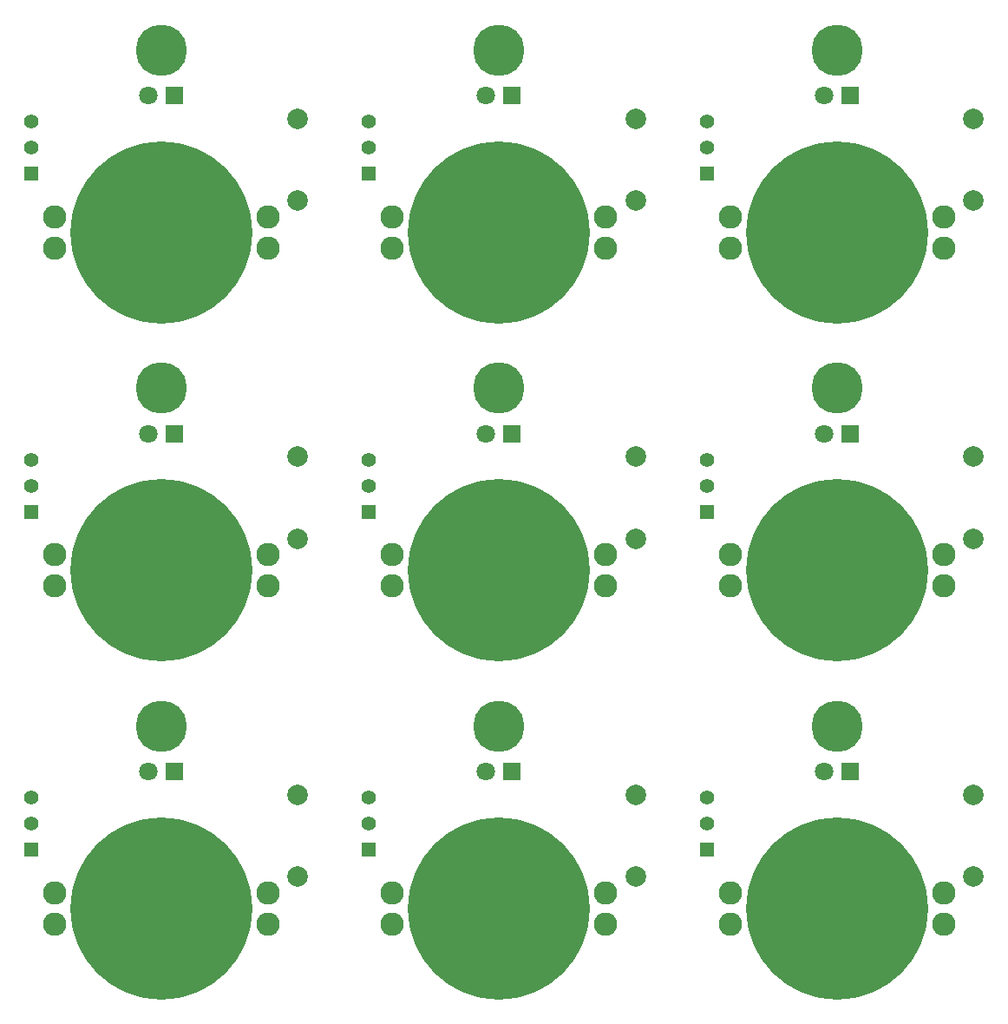
<source format=gbs>
%MOIN*%
%OFA0B0*%
%FSLAX46Y46*%
%IPPOS*%
%LPD*%
%ADD10C,0.070866141732283464*%
%ADD11R,0.070866141732283464X0.070866141732283464*%
%ADD12C,0.0787*%
%ADD13C,0.19685039370078741*%
%ADD14C,0.090000000000000011*%
%ADD15C,0.70000000000000007*%
%ADD16R,0.055000000000000007X0.055000000000000007*%
%ADD17C,0.055000000000000007*%
%ADD28C,0.070866141732283464*%
%ADD29R,0.070866141732283464X0.070866141732283464*%
%ADD30C,0.0787*%
%ADD31C,0.19685039370078741*%
%ADD32C,0.090000000000000011*%
%ADD33C,0.70000000000000007*%
%ADD34R,0.055000000000000007X0.055000000000000007*%
%ADD35C,0.055000000000000007*%
%ADD36C,0.070866141732283464*%
%ADD37R,0.070866141732283464X0.070866141732283464*%
%ADD38C,0.0787*%
%ADD39C,0.19685039370078741*%
%ADD40C,0.090000000000000011*%
%ADD41C,0.70000000000000007*%
%ADD42R,0.055000000000000007X0.055000000000000007*%
%ADD43C,0.055000000000000007*%
%ADD44C,0.070866141732283464*%
%ADD45R,0.070866141732283464X0.070866141732283464*%
%ADD46C,0.0787*%
%ADD47C,0.19685039370078741*%
%ADD48C,0.090000000000000011*%
%ADD49C,0.70000000000000007*%
%ADD50R,0.055000000000000007X0.055000000000000007*%
%ADD51C,0.055000000000000007*%
%ADD52C,0.070866141732283464*%
%ADD53R,0.070866141732283464X0.070866141732283464*%
%ADD54C,0.0787*%
%ADD55C,0.19685039370078741*%
%ADD56C,0.090000000000000011*%
%ADD57C,0.70000000000000007*%
%ADD58R,0.055000000000000007X0.055000000000000007*%
%ADD59C,0.055000000000000007*%
%ADD60C,0.070866141732283464*%
%ADD61R,0.070866141732283464X0.070866141732283464*%
%ADD62C,0.0787*%
%ADD63C,0.19685039370078741*%
%ADD64C,0.090000000000000011*%
%ADD65C,0.70000000000000007*%
%ADD66R,0.055000000000000007X0.055000000000000007*%
%ADD67C,0.055000000000000007*%
%ADD68C,0.070866141732283464*%
%ADD69R,0.070866141732283464X0.070866141732283464*%
%ADD70C,0.0787*%
%ADD71C,0.19685039370078741*%
%ADD72C,0.090000000000000011*%
%ADD73C,0.70000000000000007*%
%ADD74R,0.055000000000000007X0.055000000000000007*%
%ADD75C,0.055000000000000007*%
%ADD76C,0.070866141732283464*%
%ADD77R,0.070866141732283464X0.070866141732283464*%
%ADD78C,0.0787*%
%ADD79C,0.19685039370078741*%
%ADD80C,0.090000000000000011*%
%ADD81C,0.70000000000000007*%
%ADD82R,0.055000000000000007X0.055000000000000007*%
%ADD83C,0.055000000000000007*%
%ADD84C,0.070866141732283464*%
%ADD85R,0.070866141732283464X0.070866141732283464*%
%ADD86C,0.0787*%
%ADD87C,0.19685039370078741*%
%ADD88C,0.090000000000000011*%
%ADD89C,0.70000000000000007*%
%ADD90R,0.055000000000000007X0.055000000000000007*%
%ADD91C,0.055000000000000007*%
G01*
D10*
X-0006300000Y0004050000D02*
X0000549999Y0000925000D03*
D11*
X0000649999Y0000925000D03*
D12*
X0001124999Y0000837480D03*
X0001124999Y0000522519D03*
D13*
X0000599999Y0001099999D03*
D14*
X0001009999Y0000339999D03*
X0000189999Y0000339999D03*
X0001009999Y0000459999D03*
X0000189999Y0000459999D03*
D15*
X0000599999Y0000400000D03*
D16*
X0000099999Y0000625000D03*
D17*
X0000099999Y0000725000D03*
X0000099999Y0000825000D03*
G04 next file*
G04 Gerber Fmt 4.6, Leading zero omitted, Abs format (unit mm)*
G04 Created by KiCad (PCBNEW (5.1.10)-1) date 2022-03-19 19:01:51*
G01*
G04 APERTURE LIST*
G04 APERTURE END LIST*
D28*
X-0006300000Y0005348425D02*
X0000549999Y0002223425D03*
D29*
X0000649999Y0002223425D03*
D30*
X0001124999Y0002135905D03*
X0001124999Y0001820944D03*
D31*
X0000599999Y0002398425D03*
D32*
X0001009999Y0001638425D03*
X0000189999Y0001638425D03*
X0001009999Y0001758425D03*
X0000189999Y0001758425D03*
D33*
X0000599999Y0001698425D03*
D34*
X0000099999Y0001923425D03*
D35*
X0000099999Y0002023425D03*
X0000099999Y0002123425D03*
G04 next file*
G04 Gerber Fmt 4.6, Leading zero omitted, Abs format (unit mm)*
G04 Created by KiCad (PCBNEW (5.1.10)-1) date 2022-03-19 19:01:51*
G01*
G04 APERTURE LIST*
G04 APERTURE END LIST*
D36*
X-0006300000Y0006646850D02*
X0000549999Y0003521850D03*
D37*
X0000649999Y0003521850D03*
D38*
X0001124999Y0003434330D03*
X0001124999Y0003119370D03*
D39*
X0000599999Y0003696850D03*
D40*
X0001009999Y0002936850D03*
X0000189999Y0002936850D03*
X0001009999Y0003056850D03*
X0000189999Y0003056850D03*
D41*
X0000599999Y0002996850D03*
D42*
X0000099999Y0003221850D03*
D43*
X0000099999Y0003321850D03*
X0000099999Y0003421850D03*
G04 next file*
G04 Gerber Fmt 4.6, Leading zero omitted, Abs format (unit mm)*
G04 Created by KiCad (PCBNEW (5.1.10)-1) date 2022-03-19 19:01:51*
G01*
G04 APERTURE LIST*
G04 APERTURE END LIST*
D44*
X-0005001574Y0004050000D02*
X0001848425Y0000925000D03*
D45*
X0001948425Y0000925000D03*
D46*
X0002423425Y0000837480D03*
X0002423425Y0000522519D03*
D47*
X0001898425Y0001099999D03*
D48*
X0002308425Y0000339999D03*
X0001488425Y0000339999D03*
X0002308425Y0000459999D03*
X0001488425Y0000459999D03*
D49*
X0001898425Y0000400000D03*
D50*
X0001398425Y0000625000D03*
D51*
X0001398425Y0000725000D03*
X0001398425Y0000825000D03*
G04 next file*
G04 Gerber Fmt 4.6, Leading zero omitted, Abs format (unit mm)*
G04 Created by KiCad (PCBNEW (5.1.10)-1) date 2022-03-19 19:01:51*
G01*
G04 APERTURE LIST*
G04 APERTURE END LIST*
D52*
X-0003703149Y0004050000D02*
X0003146850Y0000925000D03*
D53*
X0003246850Y0000925000D03*
D54*
X0003721850Y0000837480D03*
X0003721850Y0000522519D03*
D55*
X0003196850Y0001099999D03*
D56*
X0003606850Y0000339999D03*
X0002786850Y0000339999D03*
X0003606850Y0000459999D03*
X0002786850Y0000459999D03*
D57*
X0003196850Y0000400000D03*
D58*
X0002696850Y0000625000D03*
D59*
X0002696850Y0000725000D03*
X0002696850Y0000825000D03*
G04 next file*
G04 Gerber Fmt 4.6, Leading zero omitted, Abs format (unit mm)*
G04 Created by KiCad (PCBNEW (5.1.10)-1) date 2022-03-19 19:01:51*
G01*
G04 APERTURE LIST*
G04 APERTURE END LIST*
D60*
X-0005001574Y0005348425D02*
X0001848425Y0002223425D03*
D61*
X0001948425Y0002223425D03*
D62*
X0002423425Y0002135905D03*
X0002423425Y0001820944D03*
D63*
X0001898425Y0002398425D03*
D64*
X0002308425Y0001638425D03*
X0001488425Y0001638425D03*
X0002308425Y0001758425D03*
X0001488425Y0001758425D03*
D65*
X0001898425Y0001698425D03*
D66*
X0001398425Y0001923425D03*
D67*
X0001398425Y0002023425D03*
X0001398425Y0002123425D03*
G04 next file*
G04 Gerber Fmt 4.6, Leading zero omitted, Abs format (unit mm)*
G04 Created by KiCad (PCBNEW (5.1.10)-1) date 2022-03-19 19:01:51*
G01*
G04 APERTURE LIST*
G04 APERTURE END LIST*
D68*
X-0005001574Y0006646850D02*
X0001848425Y0003521850D03*
D69*
X0001948425Y0003521850D03*
D70*
X0002423425Y0003434330D03*
X0002423425Y0003119370D03*
D71*
X0001898425Y0003696850D03*
D72*
X0002308425Y0002936850D03*
X0001488425Y0002936850D03*
X0002308425Y0003056850D03*
X0001488425Y0003056850D03*
D73*
X0001898425Y0002996850D03*
D74*
X0001398425Y0003221850D03*
D75*
X0001398425Y0003321850D03*
X0001398425Y0003421850D03*
G04 next file*
G04 Gerber Fmt 4.6, Leading zero omitted, Abs format (unit mm)*
G04 Created by KiCad (PCBNEW (5.1.10)-1) date 2022-03-19 19:01:51*
G01*
G04 APERTURE LIST*
G04 APERTURE END LIST*
D76*
X-0003703149Y0005348425D02*
X0003146850Y0002223425D03*
D77*
X0003246850Y0002223425D03*
D78*
X0003721850Y0002135905D03*
X0003721850Y0001820944D03*
D79*
X0003196850Y0002398425D03*
D80*
X0003606850Y0001638425D03*
X0002786850Y0001638425D03*
X0003606850Y0001758425D03*
X0002786850Y0001758425D03*
D81*
X0003196850Y0001698425D03*
D82*
X0002696850Y0001923425D03*
D83*
X0002696850Y0002023425D03*
X0002696850Y0002123425D03*
G04 next file*
G04 Gerber Fmt 4.6, Leading zero omitted, Abs format (unit mm)*
G04 Created by KiCad (PCBNEW (5.1.10)-1) date 2022-03-19 19:01:51*
G01*
G04 APERTURE LIST*
G04 APERTURE END LIST*
D84*
X-0003703149Y0006646850D02*
X0003146850Y0003521850D03*
D85*
X0003246850Y0003521850D03*
D86*
X0003721850Y0003434330D03*
X0003721850Y0003119370D03*
D87*
X0003196850Y0003696850D03*
D88*
X0003606850Y0002936850D03*
X0002786850Y0002936850D03*
X0003606850Y0003056850D03*
X0002786850Y0003056850D03*
D89*
X0003196850Y0002996850D03*
D90*
X0002696850Y0003221850D03*
D91*
X0002696850Y0003321850D03*
X0002696850Y0003421850D03*
M02*
</source>
